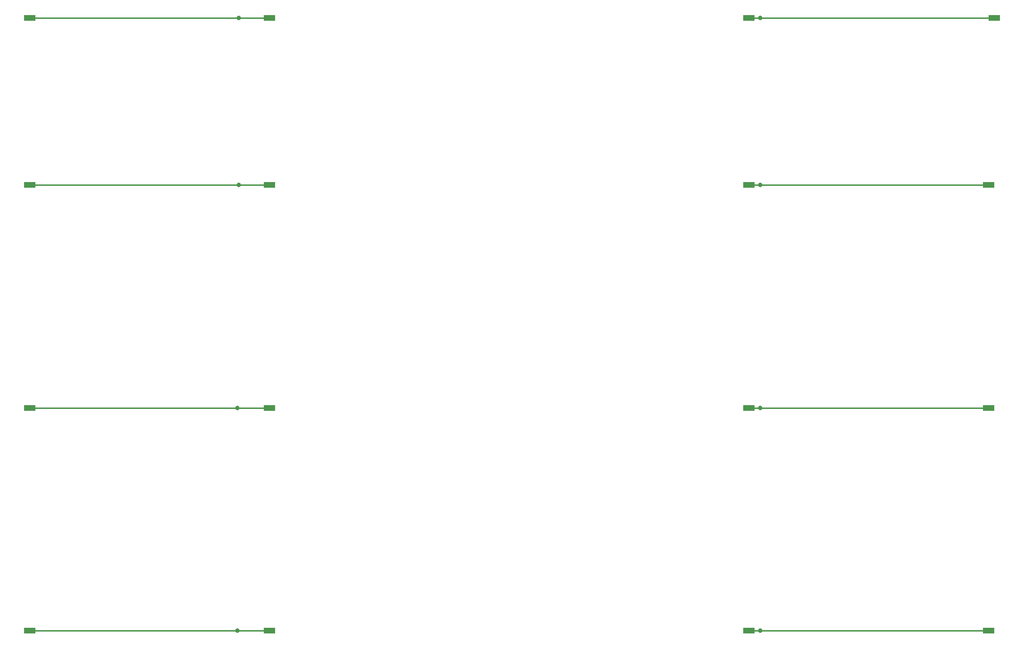
<source format=gbr>
%TF.GenerationSoftware,KiCad,Pcbnew,7.0.1*%
%TF.CreationDate,2025-05-28T16:08:48+02:00*%
%TF.ProjectId,federkontaktplatine_oben,66656465-726b-46f6-9e74-616b74706c61,rev?*%
%TF.SameCoordinates,Original*%
%TF.FileFunction,Copper,L2,Bot*%
%TF.FilePolarity,Positive*%
%FSLAX46Y46*%
G04 Gerber Fmt 4.6, Leading zero omitted, Abs format (unit mm)*
G04 Created by KiCad (PCBNEW 7.0.1) date 2025-05-28 16:08:48*
%MOMM*%
%LPD*%
G01*
G04 APERTURE LIST*
%TA.AperFunction,SMDPad,CuDef*%
%ADD10R,2.000000X1.000000*%
%TD*%
%TA.AperFunction,ViaPad*%
%ADD11C,0.800000*%
%TD*%
%TA.AperFunction,Conductor*%
%ADD12C,0.250000*%
%TD*%
G04 APERTURE END LIST*
D10*
%TO.P,TP16,1,1*%
%TO.N,Net-(J4-Pin_9)*%
X190000000Y-28750000D03*
%TD*%
%TO.P,TP11,1,1*%
%TO.N,Net-(J4-Pin_3)*%
X104000000Y-98750000D03*
%TD*%
%TO.P,TP4,1,1*%
%TO.N,Net-(J4-Pin_13)*%
X190000000Y-98750000D03*
%TD*%
%TO.P,TP15,1,1*%
%TO.N,Net-(J4-Pin_9)*%
X234000000Y-28750000D03*
%TD*%
%TO.P,TP8,1,1*%
%TO.N,Net-(J4-Pin_7)*%
X104000000Y-28750000D03*
%TD*%
%TO.P,TP5,1,1*%
%TO.N,Net-(J4-Pin_11)*%
X233000000Y-58750000D03*
%TD*%
%TO.P,TP10,1,1*%
%TO.N,Net-(J4-Pin_5)*%
X61000000Y-58750000D03*
%TD*%
%TO.P,TP3,1,1*%
%TO.N,Net-(J4-Pin_13)*%
X233000000Y-98750000D03*
%TD*%
%TO.P,TP14,1,1*%
%TO.N,Net-(J4-Pin_1)*%
X61000000Y-138750000D03*
%TD*%
%TO.P,TP7,1,1*%
%TO.N,Net-(J4-Pin_7)*%
X61000000Y-28750000D03*
%TD*%
%TO.P,TP1,1,1*%
%TO.N,Net-(J4-Pin_15)*%
X233000000Y-138750000D03*
%TD*%
%TO.P,TP12,1,1*%
%TO.N,Net-(J4-Pin_3)*%
X61000000Y-98750000D03*
%TD*%
%TO.P,TP13,1,1*%
%TO.N,Net-(J4-Pin_1)*%
X104000000Y-138750000D03*
%TD*%
%TO.P,TP2,1,1*%
%TO.N,Net-(J4-Pin_15)*%
X190000000Y-138750000D03*
%TD*%
%TO.P,TP6,1,1*%
%TO.N,Net-(J4-Pin_11)*%
X190000000Y-58750000D03*
%TD*%
%TO.P,TP9,1,1*%
%TO.N,Net-(J4-Pin_5)*%
X104000000Y-58750000D03*
%TD*%
D11*
%TO.N,Net-(J4-Pin_1)*%
X98250000Y-138750000D03*
%TO.N,Net-(J4-Pin_3)*%
X98250000Y-98750000D03*
%TO.N,Net-(J4-Pin_5)*%
X98500000Y-58750000D03*
%TO.N,Net-(J4-Pin_7)*%
X98500000Y-28750000D03*
%TO.N,Net-(J4-Pin_9)*%
X192000000Y-28750000D03*
%TO.N,Net-(J4-Pin_11)*%
X192000000Y-58750000D03*
%TO.N,Net-(J4-Pin_13)*%
X192000000Y-98750000D03*
%TO.N,Net-(J4-Pin_15)*%
X192000000Y-138750000D03*
%TD*%
D12*
%TO.N,Net-(J4-Pin_1)*%
X98250000Y-138750000D02*
X104000000Y-138750000D01*
X61000000Y-138750000D02*
X98250000Y-138750000D01*
%TO.N,Net-(J4-Pin_3)*%
X61000000Y-98750000D02*
X98250000Y-98750000D01*
X98250000Y-98750000D02*
X104000000Y-98750000D01*
%TO.N,Net-(J4-Pin_5)*%
X61000000Y-58750000D02*
X98000000Y-58750000D01*
X98000000Y-58750000D02*
X104000000Y-58750000D01*
%TO.N,Net-(J4-Pin_7)*%
X61000000Y-28750000D02*
X98500000Y-28750000D01*
X98500000Y-28750000D02*
X104000000Y-28750000D01*
%TO.N,Net-(J4-Pin_9)*%
X234000000Y-28750000D02*
X192000000Y-28750000D01*
X192000000Y-28750000D02*
X190000000Y-28750000D01*
%TO.N,Net-(J4-Pin_11)*%
X233000000Y-58750000D02*
X192000000Y-58750000D01*
X192000000Y-58750000D02*
X190000000Y-58750000D01*
%TO.N,Net-(J4-Pin_13)*%
X233000000Y-98750000D02*
X192000000Y-98750000D01*
X192000000Y-98750000D02*
X190000000Y-98750000D01*
%TO.N,Net-(J4-Pin_15)*%
X192000000Y-138750000D02*
X190000000Y-138750000D01*
X233000000Y-138750000D02*
X192000000Y-138750000D01*
%TD*%
M02*

</source>
